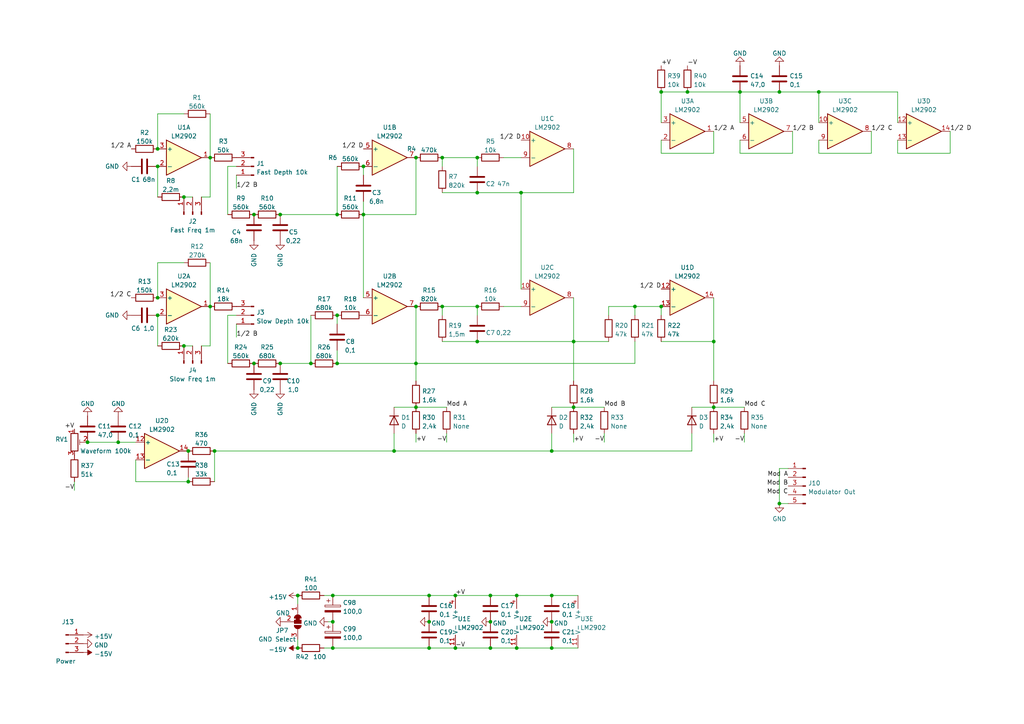
<source format=kicad_sch>
(kicad_sch (version 20211123) (generator eeschema)
  (paper "A4")
  (lib_symbols
    (symbol "Amplifier_Operational:LM2902" (pin_names (offset 0.127))
      (property "Reference" "U" (at 0 5.08 0))
      (property "Value" "LM2902" (at 0 -5.08 0))
      (symbol "LM2902_1_1"
        (polyline (pts (xy -5.08 5.08) (xy 5.08 0) (xy -5.08 -5.08) (xy -5.08 5.08)) (stroke (width 0.254)) (fill (type background)))
        (pin output line (at 7.62 0 180) (length 2.54) (name "~") (number "1"))
        (pin input line (at -7.62 -2.54 0) (length 2.54) (name "-") (number "2"))
        (pin input line (at -7.62 2.54 0) (length 2.54) (name "+") (number "3"))
      )
      (symbol "LM2902_2_1"
        (polyline (pts (xy -5.08 5.08) (xy 5.08 0) (xy -5.08 -5.08) (xy -5.08 5.08)) (stroke (width 0.254)) (fill (type background)))
        (pin input line (at -7.62 2.54 0) (length 2.54) (name "+") (number "5"))
        (pin input line (at -7.62 -2.54 0) (length 2.54) (name "-") (number "6"))
        (pin output line (at 7.62 0 180) (length 2.54) (name "~") (number "7"))
      )
      (symbol "LM2902_3_1"
        (polyline (pts (xy -5.08 5.08) (xy 5.08 0) (xy -5.08 -5.08) (xy -5.08 5.08)) (stroke (width 0.254)) (fill (type background)))
        (pin input line (at -7.62 2.54 0) (length 2.54) (name "+") (number "10"))
        (pin output line (at 7.62 0 180) (length 2.54) (name "~") (number "8"))
        (pin input line (at -7.62 -2.54 0) (length 2.54) (name "-") (number "9"))
      )
      (symbol "LM2902_4_1"
        (polyline (pts (xy -5.08 5.08) (xy 5.08 0) (xy -5.08 -5.08) (xy -5.08 5.08)) (stroke (width 0.254)) (fill (type background)))
        (pin input line (at -7.62 2.54 0) (length 2.54) (name "+") (number "12"))
        (pin input line (at -7.62 -2.54 0) (length 2.54) (name "-") (number "13"))
        (pin output line (at 7.62 0 180) (length 2.54) (name "~") (number "14"))
      )
      (symbol "LM2902_5_1"
        (pin power_in line (at -2.54 -7.62 90) (length 3.81) (name "V-") (number "11"))
        (pin power_in line (at -2.54 7.62 270) (length 3.81) (name "V+") (number "4"))
      )
    )
    (symbol "Connector:Conn_01x03_Male" (pin_names (offset 1.016) hide)
      (property "Reference" "J" (at 0 5.08 0))
      (property "Value" "Conn_01x03_Male" (at 0 -5.08 0))
      (symbol "Conn_01x03_Male_1_1"
        (polyline (pts (xy 1.27 -2.54) (xy 0.8636 -2.54)) (stroke (width 0.1524)))
        (polyline (pts (xy 1.27 0) (xy 0.8636 0)) (stroke (width 0.1524)))
        (polyline (pts (xy 1.27 2.54) (xy 0.8636 2.54)) (stroke (width 0.1524)))
        (rectangle (start 0.8636 -2.413) (end 0 -2.667) (stroke (width 0.1524)) (fill (type outline)))
        (rectangle (start 0.8636 0.127) (end 0 -0.127) (stroke (width 0.1524)) (fill (type outline)))
        (rectangle (start 0.8636 2.667) (end 0 2.413) (stroke (width 0.1524)) (fill (type outline)))
        (pin passive line (at 5.08 2.54 180) (length 3.81) (name "Pin_1") (number "1"))
        (pin passive line (at 5.08 0 180) (length 3.81) (name "Pin_2") (number "2"))
        (pin passive line (at 5.08 -2.54 180) (length 3.81) (name "Pin_3") (number "3"))
      )
    )
    (symbol "Connector:Conn_01x05_Male" (pin_names (offset 1.016) hide)
      (property "Reference" "J" (at 0 7.62 0))
      (property "Value" "Conn_01x05_Male" (at 0 -7.62 0))
      (symbol "Conn_01x05_Male_1_1"
        (polyline (pts (xy 1.27 -5.08) (xy 0.8636 -5.08)) (stroke (width 0.1524)))
        (polyline (pts (xy 1.27 -2.54) (xy 0.8636 -2.54)) (stroke (width 0.1524)))
        (polyline (pts (xy 1.27 0) (xy 0.8636 0)) (stroke (width 0.1524)))
        (polyline (pts (xy 1.27 2.54) (xy 0.8636 2.54)) (stroke (width 0.1524)))
        (polyline (pts (xy 1.27 5.08) (xy 0.8636 5.08)) (stroke (width 0.1524)))
        (rectangle (start 0.8636 -4.953) (end 0 -5.207) (stroke (width 0.1524)) (fill (type outline)))
        (rectangle (start 0.8636 -2.413) (end 0 -2.667) (stroke (width 0.1524)) (fill (type outline)))
        (rectangle (start 0.8636 0.127) (end 0 -0.127) (stroke (width 0.1524)) (fill (type outline)))
        (rectangle (start 0.8636 2.667) (end 0 2.413) (stroke (width 0.1524)) (fill (type outline)))
        (rectangle (start 0.8636 5.207) (end 0 4.953) (stroke (width 0.1524)) (fill (type outline)))
        (pin passive line (at 5.08 5.08 180) (length 3.81) (name "Pin_1") (number "1"))
        (pin passive line (at 5.08 2.54 180) (length 3.81) (name "Pin_2") (number "2"))
        (pin passive line (at 5.08 0 180) (length 3.81) (name "Pin_3") (number "3"))
        (pin passive line (at 5.08 -2.54 180) (length 3.81) (name "Pin_4") (number "4"))
        (pin passive line (at 5.08 -5.08 180) (length 3.81) (name "Pin_5") (number "5"))
      )
    )
    (symbol "Device:C" (pin_numbers hide) (pin_names (offset 0.254))
      (property "Reference" "C" (at 0.635 2.54 0))
      (property "Value" "C" (at 0.635 -2.54 0))
      (symbol "C_0_1"
        (polyline (pts (xy -2.032 -0.762) (xy 2.032 -0.762)) (stroke (width 0.508)))
        (polyline (pts (xy -2.032 0.762) (xy 2.032 0.762)) (stroke (width 0.508)))
      )
      (symbol "C_1_1"
        (pin passive line (at 0 3.81 270) (length 2.794) (name "~") (number "1"))
        (pin passive line (at 0 -3.81 90) (length 2.794) (name "~") (number "2"))
      )
    )
    (symbol "Device:C_Polarized" (pin_numbers hide) (pin_names (offset 0.254))
      (property "Reference" "C" (at 0.635 2.54 0))
      (property "Value" "C_Polarized" (at 0.635 -2.54 0))
      (symbol "C_Polarized_0_1"
        (rectangle (start -2.286 0.508) (end 2.286 1.016))
        (polyline (pts (xy -1.778 2.286) (xy -0.762 2.286)))
        (polyline (pts (xy -1.27 2.794) (xy -1.27 1.778)))
        (rectangle (start 2.286 -0.508) (end -2.286 -1.016) (fill (type outline)))
      )
      (symbol "C_Polarized_1_1"
        (pin passive line (at 0 3.81 270) (length 2.794) (name "~") (number "1"))
        (pin passive line (at 0 -3.81 90) (length 2.794) (name "~") (number "2"))
      )
    )
    (symbol "Device:D" (pin_numbers hide) (pin_names (offset 1.016) hide)
      (property "Reference" "D" (at 0 2.54 0))
      (property "Value" "D" (at 0 -2.54 0))
      (symbol "D_0_1"
        (polyline (pts (xy -1.27 1.27) (xy -1.27 -1.27)) (stroke (width 0.254)))
        (polyline (pts (xy 1.27 0) (xy -1.27 0)))
        (polyline (pts (xy 1.27 1.27) (xy 1.27 -1.27) (xy -1.27 0) (xy 1.27 1.27)) (stroke (width 0.254)))
      )
      (symbol "D_1_1"
        (pin passive line (at -3.81 0 0) (length 2.54) (name "K") (number "1"))
        (pin passive line (at 3.81 0 180) (length 2.54) (name "A") (number "2"))
      )
    )
    (symbol "Device:R" (pin_numbers hide) (pin_names (offset 0))
      (property "Reference" "R" (at 2.032 0 90))
      (property "Value" "R" (at 0 0 90))
      (symbol "R_0_1"
        (rectangle (start -1.016 -2.54) (end 1.016 2.54) (stroke (width 0.254)))
      )
      (symbol "R_1_1"
        (pin passive line (at 0 3.81 270) (length 1.27) (name "~") (number "1"))
        (pin passive line (at 0 -3.81 90) (length 1.27) (name "~") (number "2"))
      )
    )
    (symbol "Device:R_Potentiometer_Trim" (pin_names (offset 1.016) hide)
      (property "Reference" "RV" (at -4.445 0 90))
      (property "Value" "R_Potentiometer_Trim" (at -2.54 0 90))
      (symbol "R_Potentiometer_Trim_0_1"
        (polyline (pts (xy 1.524 0.762) (xy 1.524 -0.762)))
        (polyline (pts (xy 2.54 0) (xy 1.524 0)))
        (rectangle (start 1.016 2.54) (end -1.016 -2.54) (stroke (width 0.254)))
      )
      (symbol "R_Potentiometer_Trim_1_1"
        (pin passive line (at 0 3.81 270) (length 1.27) (name "1") (number "1"))
        (pin passive line (at 3.81 0 180) (length 1.27) (name "2") (number "2"))
        (pin passive line (at 0 -3.81 90) (length 1.27) (name "3") (number "3"))
      )
    )
    (symbol "Jumper:SolderJumper_3_Bridged12" (pin_names (offset 0) hide)
      (property "Reference" "JP" (at -2.54 -2.54 0))
      (property "Value" "SolderJumper_3_Bridged12" (at 0 2.794 0))
      (symbol "SolderJumper_3_Bridged12_0_1"
        (rectangle (start -1.016 0.508) (end -0.508 -0.508) (fill (type outline)))
        (arc (start -1.016 1.016) (mid -2.032 0) (end -1.016 -1.016))
        (arc (start -1.016 1.016) (mid -2.032 0) (end -1.016 -1.016) (fill (type outline)))
        (rectangle (start -0.508 1.016) (end 0.508 -1.016) (fill (type outline)))
        (polyline (pts (xy -2.54 0) (xy -2.032 0)))
        (polyline (pts (xy -1.016 1.016) (xy -1.016 -1.016)))
        (polyline (pts (xy 0 -1.27) (xy 0 -1.016)))
        (polyline (pts (xy 1.016 1.016) (xy 1.016 -1.016)))
        (polyline (pts (xy 2.54 0) (xy 2.032 0)))
        (arc (start 1.016 -1.016) (mid 2.032 0) (end 1.016 1.016))
        (arc (start 1.016 -1.016) (mid 2.032 0) (end 1.016 1.016) (fill (type outline)))
      )
      (symbol "SolderJumper_3_Bridged12_1_1"
        (pin passive line (at -5.08 0 0) (length 2.54) (name "A") (number "1"))
        (pin passive line (at 0 -3.81 90) (length 2.54) (name "C") (number "2"))
        (pin passive line (at 5.08 0 180) (length 2.54) (name "B") (number "3"))
      )
    )
    (symbol "power:+15V" (power) (pin_names (offset 0))
      (property "Value" "+15V" (at 0 3.556 0))
      (symbol "+15V_0_1"
        (polyline (pts (xy -0.762 1.27) (xy 0 2.54)))
        (polyline (pts (xy 0 0) (xy 0 2.54)))
        (polyline (pts (xy 0 2.54) (xy 0.762 1.27)))
      )
      (symbol "+15V_1_1"
        (pin power_in line (at 0 0 90) (length 0) hide (name "+15V") (number "1"))
      )
    )
    (symbol "power:-15V" (power) (pin_names (offset 0))
      (property "Value" "-15V" (at 0 3.81 0))
      (symbol "-15V_0_0"
        (pin power_in line (at 0 0 90) (length 0) hide (name "-15V") (number "1"))
      )
      (symbol "-15V_0_1"
        (polyline (pts (xy 0 0) (xy 0 1.27) (xy 0.762 1.27) (xy 0 2.54) (xy -0.762 1.27) (xy 0 1.27)) (fill (type outline)))
      )
    )
    (symbol "power:GND" (power) (pin_names (offset 0))
      (property "Value" "GND" (at 0 -3.81 0))
      (symbol "GND_0_1"
        (polyline (pts (xy 0 0) (xy 0 -1.27) (xy 1.27 -1.27) (xy 0 -2.54) (xy -1.27 -1.27) (xy 0 -1.27)))
      )
      (symbol "GND_1_1"
        (pin power_in line (at 0 0 270) (length 0) hide (name "GND") (number "1"))
      )
    )
  )
  (junction (at 45.72 43.18))
  (junction (at 132.08 172.72))
  (junction (at 138.43 88.9))
  (junction (at 120.65 45.72))
  (junction (at 96.52 187.96))
  (junction (at 60.96 88.9))
  (junction (at 207.01 118.11))
  (junction (at 184.15 88.9))
  (junction (at 128.27 45.72))
  (junction (at 132.08 187.96))
  (junction (at 114.3 130.81))
  (junction (at 73.66 105.41))
  (junction (at 81.28 62.23))
  (junction (at 81.28 105.41))
  (junction (at 124.46 187.96))
  (junction (at 105.41 62.23))
  (junction (at 60.96 45.72))
  (junction (at 142.24 172.72))
  (junction (at 142.24 187.96))
  (junction (at 226.06 146.05))
  (junction (at 97.79 105.41))
  (junction (at 191.77 88.9))
  (junction (at 166.37 118.11))
  (junction (at 90.17 105.41))
  (junction (at 214.63 26.67))
  (junction (at 120.65 118.11))
  (junction (at 120.65 105.41))
  (junction (at 149.86 187.96))
  (junction (at 160.02 187.96))
  (junction (at 199.39 26.67))
  (junction (at 124.46 172.72))
  (junction (at 53.34 100.33))
  (junction (at 62.23 130.81))
  (junction (at 149.86 172.72))
  (junction (at 54.61 139.7))
  (junction (at 124.46 180.34))
  (junction (at 86.36 187.96))
  (junction (at 226.06 26.67))
  (junction (at 45.72 91.44))
  (junction (at 237.49 26.67))
  (junction (at 128.27 88.9))
  (junction (at 73.66 62.23))
  (junction (at 96.52 180.34))
  (junction (at 138.43 45.72))
  (junction (at 160.02 172.72))
  (junction (at 151.13 55.88))
  (junction (at 142.24 180.34))
  (junction (at 138.43 99.06))
  (junction (at 34.29 128.27))
  (junction (at 97.79 91.44))
  (junction (at 54.61 130.81))
  (junction (at 45.72 86.36))
  (junction (at 160.02 180.34))
  (junction (at 53.34 57.15))
  (junction (at 45.72 48.26))
  (junction (at 25.4 128.27))
  (junction (at 191.77 26.67))
  (junction (at 97.79 62.23))
  (junction (at 96.52 172.72))
  (junction (at 166.37 99.06))
  (junction (at 138.43 55.88))
  (junction (at 120.65 88.9))
  (junction (at 105.41 48.26))
  (junction (at 160.02 130.81))
  (junction (at 86.36 172.72))
  (junction (at 207.01 99.06))
  (wire (pts (xy 39.37 133.35) (xy 39.37 139.7)))
  (wire (pts (xy 226.06 146.05) (xy 228.6 146.05)))
  (wire (pts (xy 90.17 91.44) (xy 90.17 105.41)))
  (wire (pts (xy 146.05 88.9) (xy 151.13 88.9)))
  (wire (pts (xy 229.87 44.45) (xy 229.87 38.1)))
  (wire (pts (xy 149.86 187.96) (xy 160.02 187.96)))
  (wire (pts (xy 128.27 55.88) (xy 138.43 55.88)))
  (wire (pts (xy 184.15 91.44) (xy 184.15 88.9)))
  (wire (pts (xy 160.02 118.11) (xy 166.37 118.11)))
  (wire (pts (xy 120.65 125.73) (xy 120.65 128.27)))
  (wire (pts (xy 132.08 172.72) (xy 142.24 172.72)))
  (wire (pts (xy 120.65 105.41) (xy 97.79 105.41)))
  (wire (pts (xy 142.24 187.96) (xy 149.86 187.96)))
  (wire (pts (xy 207.01 99.06) (xy 191.77 99.06)))
  (wire (pts (xy 260.35 35.56) (xy 260.35 26.67)))
  (wire (pts (xy 60.96 57.15) (xy 60.96 45.72)))
  (wire (pts (xy 105.41 62.23) (xy 120.65 62.23)))
  (wire (pts (xy 146.05 45.72) (xy 151.13 45.72)))
  (wire (pts (xy 166.37 125.73) (xy 166.37 128.27)))
  (wire (pts (xy 120.65 118.11) (xy 129.54 118.11)))
  (wire (pts (xy 207.01 44.45) (xy 207.01 38.1)))
  (wire (pts (xy 34.29 128.27) (xy 39.37 128.27)))
  (wire (pts (xy 53.34 76.2) (xy 45.72 76.2)))
  (wire (pts (xy 151.13 55.88) (xy 138.43 55.88)))
  (wire (pts (xy 191.77 35.56) (xy 191.77 26.67)))
  (wire (pts (xy 58.42 57.15) (xy 60.96 57.15)))
  (wire (pts (xy 160.02 172.72) (xy 167.64 172.72)))
  (wire (pts (xy 93.98 187.96) (xy 96.52 187.96)))
  (wire (pts (xy 228.6 135.89) (xy 226.06 135.89)))
  (wire (pts (xy 97.79 48.26) (xy 97.79 62.23)))
  (wire (pts (xy 214.63 44.45) (xy 229.87 44.45)))
  (wire (pts (xy 60.96 33.02) (xy 60.96 45.72)))
  (wire (pts (xy 200.66 130.81) (xy 160.02 130.81)))
  (wire (pts (xy 160.02 125.73) (xy 160.02 130.81)))
  (wire (pts (xy 166.37 99.06) (xy 166.37 110.49)))
  (wire (pts (xy 166.37 43.18) (xy 166.37 55.88)))
  (wire (pts (xy 138.43 91.44) (xy 138.43 88.9)))
  (wire (pts (xy 207.01 125.73) (xy 207.01 128.27)))
  (wire (pts (xy 129.54 125.73) (xy 129.54 128.27)))
  (wire (pts (xy 66.04 62.23) (xy 66.04 48.26)))
  (wire (pts (xy 237.49 40.64) (xy 237.49 44.45)))
  (wire (pts (xy 176.53 91.44) (xy 176.53 88.9)))
  (wire (pts (xy 166.37 55.88) (xy 151.13 55.88)))
  (wire (pts (xy 226.06 135.89) (xy 226.06 146.05)))
  (wire (pts (xy 200.66 118.11) (xy 207.01 118.11)))
  (wire (pts (xy 124.46 187.96) (xy 132.08 187.96)))
  (wire (pts (xy 114.3 130.81) (xy 62.23 130.81)))
  (wire (pts (xy 176.53 88.9) (xy 184.15 88.9)))
  (wire (pts (xy 214.63 35.56) (xy 214.63 26.67)))
  (wire (pts (xy 53.34 100.33) (xy 55.88 100.33)))
  (wire (pts (xy 45.72 91.44) (xy 45.72 100.33)))
  (wire (pts (xy 207.01 86.36) (xy 207.01 99.06)))
  (wire (pts (xy 97.79 91.44) (xy 97.79 93.98)))
  (wire (pts (xy 45.72 33.02) (xy 45.72 43.18)))
  (wire (pts (xy 114.3 125.73) (xy 114.3 130.81)))
  (wire (pts (xy 81.28 105.41) (xy 90.17 105.41)))
  (wire (pts (xy 114.3 118.11) (xy 120.65 118.11)))
  (wire (pts (xy 66.04 105.41) (xy 66.04 91.44)))
  (wire (pts (xy 86.36 172.72) (xy 86.36 175.26)))
  (wire (pts (xy 128.27 88.9) (xy 128.27 91.44)))
  (wire (pts (xy 68.58 50.8) (xy 68.58 54.61)))
  (wire (pts (xy 191.77 44.45) (xy 207.01 44.45)))
  (wire (pts (xy 260.35 44.45) (xy 275.59 44.45)))
  (wire (pts (xy 25.4 128.27) (xy 34.29 128.27)))
  (wire (pts (xy 128.27 45.72) (xy 128.27 48.26)))
  (wire (pts (xy 175.26 125.73) (xy 175.26 128.27)))
  (wire (pts (xy 138.43 48.26) (xy 138.43 45.72)))
  (wire (pts (xy 237.49 44.45) (xy 252.73 44.45)))
  (wire (pts (xy 53.34 57.15) (xy 55.88 57.15)))
  (wire (pts (xy 138.43 45.72) (xy 128.27 45.72)))
  (wire (pts (xy 105.41 86.36) (xy 105.41 62.23)))
  (wire (pts (xy 105.41 48.26) (xy 105.41 50.8)))
  (wire (pts (xy 237.49 26.67) (xy 237.49 35.56)))
  (wire (pts (xy 66.04 48.26) (xy 68.58 48.26)))
  (wire (pts (xy 166.37 99.06) (xy 176.53 99.06)))
  (wire (pts (xy 96.52 187.96) (xy 124.46 187.96)))
  (wire (pts (xy 60.96 100.33) (xy 60.96 88.9)))
  (wire (pts (xy 207.01 118.11) (xy 215.9 118.11)))
  (wire (pts (xy 97.79 101.6) (xy 97.79 105.41)))
  (wire (pts (xy 184.15 88.9) (xy 191.77 88.9)))
  (wire (pts (xy 166.37 86.36) (xy 166.37 99.06)))
  (wire (pts (xy 214.63 40.64) (xy 214.63 44.45)))
  (wire (pts (xy 142.24 172.72) (xy 149.86 172.72)))
  (wire (pts (xy 81.28 62.23) (xy 97.79 62.23)))
  (wire (pts (xy 132.08 187.96) (xy 142.24 187.96)))
  (wire (pts (xy 160.02 187.96) (xy 167.64 187.96)))
  (wire (pts (xy 275.59 44.45) (xy 275.59 38.1)))
  (wire (pts (xy 184.15 99.06) (xy 184.15 105.41)))
  (wire (pts (xy 105.41 58.42) (xy 105.41 62.23)))
  (wire (pts (xy 120.65 105.41) (xy 120.65 110.49)))
  (wire (pts (xy 214.63 26.67) (xy 226.06 26.67)))
  (wire (pts (xy 191.77 88.9) (xy 191.77 91.44)))
  (wire (pts (xy 149.86 172.72) (xy 160.02 172.72)))
  (wire (pts (xy 54.61 138.43) (xy 54.61 139.7)))
  (wire (pts (xy 96.52 172.72) (xy 124.46 172.72)))
  (wire (pts (xy 58.42 100.33) (xy 60.96 100.33)))
  (wire (pts (xy 215.9 125.73) (xy 215.9 128.27)))
  (wire (pts (xy 200.66 125.73) (xy 200.66 130.81)))
  (wire (pts (xy 128.27 99.06) (xy 138.43 99.06)))
  (wire (pts (xy 184.15 105.41) (xy 120.65 105.41)))
  (wire (pts (xy 60.96 76.2) (xy 60.96 88.9)))
  (wire (pts (xy 252.73 44.45) (xy 252.73 38.1)))
  (wire (pts (xy 151.13 55.88) (xy 151.13 83.82)))
  (wire (pts (xy 62.23 130.81) (xy 62.23 139.7)))
  (wire (pts (xy 21.59 139.7) (xy 21.59 142.24)))
  (wire (pts (xy 45.72 76.2) (xy 45.72 86.36)))
  (wire (pts (xy 191.77 26.67) (xy 199.39 26.67)))
  (wire (pts (xy 86.36 185.42) (xy 86.36 187.96)))
  (wire (pts (xy 191.77 40.64) (xy 191.77 44.45)))
  (wire (pts (xy 120.65 45.72) (xy 120.65 62.23)))
  (wire (pts (xy 68.58 93.98) (xy 68.58 97.79)))
  (wire (pts (xy 199.39 26.67) (xy 214.63 26.67)))
  (wire (pts (xy 166.37 99.06) (xy 138.43 99.06)))
  (wire (pts (xy 260.35 40.64) (xy 260.35 44.45)))
  (wire (pts (xy 160.02 130.81) (xy 114.3 130.81)))
  (wire (pts (xy 260.35 26.67) (xy 237.49 26.67)))
  (wire (pts (xy 45.72 48.26) (xy 45.72 57.15)))
  (wire (pts (xy 226.06 26.67) (xy 237.49 26.67)))
  (wire (pts (xy 207.01 99.06) (xy 207.01 110.49)))
  (wire (pts (xy 124.46 172.72) (xy 132.08 172.72)))
  (wire (pts (xy 39.37 139.7) (xy 54.61 139.7)))
  (wire (pts (xy 53.34 33.02) (xy 45.72 33.02)))
  (wire (pts (xy 138.43 88.9) (xy 128.27 88.9)))
  (wire (pts (xy 166.37 118.11) (xy 175.26 118.11)))
  (wire (pts (xy 120.65 88.9) (xy 120.65 105.41)))
  (wire (pts (xy 93.98 172.72) (xy 96.52 172.72)))
  (wire (pts (xy 95.25 180.34) (xy 96.52 180.34)))
  (wire (pts (xy 66.04 91.44) (xy 68.58 91.44)))
  (label "1{slash}2 D" (at 151.13 40.64 180))
  (label "Mod C" (at 228.6 143.51 180))
  (label "-V" (at 175.26 128.27 180))
  (label "1{slash}2 C" (at 252.73 38.1 0))
  (label "+V" (at 132.08 172.72 0))
  (label "+V" (at 21.59 124.46 180))
  (label "1{slash}2 A" (at 38.1 43.18 180))
  (label "1{slash}2 B" (at 68.58 97.79 0))
  (label "+V" (at 191.77 19.05 0))
  (label "Mod B" (at 228.6 140.97 180))
  (label "Mod A" (at 129.54 118.11 0))
  (label "-V" (at 215.9 128.27 180))
  (label "+V" (at 166.37 128.27 0))
  (label "1{slash}2 C" (at 38.1 86.36 180))
  (label "1{slash}2 D" (at 105.41 43.18 180))
  (label "1{slash}2 B" (at 229.87 38.1 0))
  (label "-V" (at 199.39 19.05 0))
  (label "+V" (at 207.01 128.27 0))
  (label "-V" (at 129.54 128.27 180))
  (label "-V" (at 21.59 142.24 180))
  (label "+V" (at 120.65 128.27 0))
  (label "-V" (at 132.08 187.96 0))
  (label "1{slash}2 D" (at 275.59 38.1 0))
  (label "1{slash}2 A" (at 207.01 38.1 0))
  (label "Mod C" (at 215.9 118.11 0))
  (label "1{slash}2 B" (at 68.58 54.61 0))
  (label "Mod B" (at 175.26 118.11 0))
  (label "1{slash}2 D" (at 191.77 83.82 180))
  (label "Mod A" (at 228.6 138.43 180))
  (symbol (lib_id "Device:R") (at 124.46 88.9 270) (unit 1)
    (property "Reference" "R15" (at 124.46 84.1842 90))
    (property "Value" "820k" (at 124.46 86.7211 90))
  )
  (symbol (lib_id "Amplifier_Operational:LM2902") (at 152.4 180.34 0) (unit 5)
    (property "Reference" "U2" (at 150.495 179.5053 0) (effects (justify left)))
    (property "Value" "LM2902" (at 150.495 182.0422 0) (effects (justify left)))
    (property "Datasheet" "http://www.ti.com/lit/ds/symlink/lm2902-n.pdf" (effects hide))
  )
  (symbol (lib_id "Device:C") (at 73.66 109.22 180) (unit 1)
    (property "Reference" "C9" (at 77.47 110.49 0))
    (property "Value" "0,22" (at 77.47 113.03 0))
  )
  (symbol (lib_id "power:GND") (at 226.06 19.05 180) (unit 1)
    (property "Reference" "#PWR013" (effects hide))
    (property "Value" "GND" (at 226.06 15.4742 0))
  )
  (symbol (lib_id "power:GND") (at 81.28 113.03 0) (unit 1)
    (property "Reference" "#PWR09" (effects hide))
    (property "Value" "GND" (at 81.28 120.65 90) (effects (justify left)))
  )
  (symbol (lib_id "Device:C") (at 124.46 176.53 0) (unit 1)
    (property "Reference" "C16" (at 127.381 175.6953 0) (effects (justify left)))
    (property "Value" "0,1" (at 127.381 178.2322 0) (effects (justify left)))
  )
  (symbol (lib_id "power:-15V") (at 86.36 187.96 90) (unit 1)
    (property "Reference" "#PWR078" (effects hide))
    (property "Value" "-15V" (at 83.185 188.3938 90) (effects (justify left)))
  )
  (symbol (lib_id "Amplifier_Operational:LM2902") (at 134.62 180.34 0) (unit 5)
    (property "Reference" "U1" (at 132.715 179.5053 0) (effects (justify left)))
    (property "Value" "LM2902" (at 132.715 182.0422 0) (effects (justify left)))
    (property "Datasheet" "http://www.ti.com/lit/ds/symlink/lm2902-n.pdf" (effects hide))
  )
  (symbol (lib_id "power:GND") (at 214.63 19.05 180) (unit 1)
    (property "Reference" "#PWR012" (effects hide))
    (property "Value" "GND" (at 214.63 15.4742 0))
  )
  (symbol (lib_id "Device:R") (at 93.98 91.44 90) (unit 1)
    (property "Reference" "R17" (at 93.98 86.7242 90))
    (property "Value" "680k" (at 93.98 89.2611 90))
  )
  (symbol (lib_id "power:GND") (at 160.02 180.34 270) (unit 1)
    (property "Reference" "#PWR017" (effects hide))
    (property "Value" "GND" (at 160.655 180.7738 90) (effects (justify left)))
  )
  (symbol (lib_id "Device:R") (at 128.27 95.25 180) (unit 1)
    (property "Reference" "R19" (at 130.048 94.4153 0) (effects (justify right)))
    (property "Value" "1,5m" (at 130.048 96.9522 0) (effects (justify right)))
  )
  (symbol (lib_id "Device:C") (at 124.46 184.15 0) (unit 1)
    (property "Reference" "C19" (at 127.381 183.3153 0) (effects (justify left)))
    (property "Value" "0,1" (at 127.381 185.8522 0) (effects (justify left)))
  )
  (symbol (lib_id "Device:R_Potentiometer_Trim") (at 21.59 128.27 0) (unit 1)
    (property "Reference" "RV1" (at 19.812 127.4353 0) (effects (justify right)))
    (property "Value" "Waveform 100k" (at 38.1 130.81 0) (effects (justify right)))
  )
  (symbol (lib_id "Device:R") (at 142.24 45.72 90) (unit 1)
    (property "Reference" "R5" (at 142.24 41.0042 90))
    (property "Value" "10k" (at 142.24 43.5411 90))
  )
  (symbol (lib_id "power:GND") (at 38.1 91.44 270) (unit 1)
    (property "Reference" "#PWR07" (effects hide))
    (property "Value" "GND" (at 30.48 91.44 90) (effects (justify left)))
  )
  (symbol (lib_id "Device:R") (at 120.65 121.92 180) (unit 1)
    (property "Reference" "R30" (at 122.428 121.0853 0) (effects (justify right)))
    (property "Value" "2,4k" (at 122.428 123.6222 0) (effects (justify right)))
  )
  (symbol (lib_id "Device:R") (at 49.53 57.15 90) (unit 1)
    (property "Reference" "R8" (at 49.53 52.4342 90))
    (property "Value" "2,2m" (at 49.53 54.9711 90))
  )
  (symbol (lib_id "Device:R") (at 41.91 43.18 90) (unit 1)
    (property "Reference" "R2" (at 41.91 38.4642 90))
    (property "Value" "150k" (at 41.91 41.0011 90))
  )
  (symbol (lib_id "power:GND") (at 82.55 180.34 270) (unit 1)
    (property "Reference" "#PWR047" (effects hide))
    (property "Value" "GND" (at 80.01 177.8 90) (effects (justify left)))
  )
  (symbol (lib_id "power:GND") (at 124.46 180.34 270) (unit 1)
    (property "Reference" "#PWR015" (effects hide))
    (property "Value" "GND" (at 125.095 180.7738 90) (effects (justify left)))
  )
  (symbol (lib_id "Amplifier_Operational:LM2902") (at 267.97 38.1 0) (unit 4)
    (property "Reference" "U3" (at 267.97 29.3202 0))
    (property "Value" "LM2902" (at 267.97 31.8571 0))
    (property "Datasheet" "http://www.ti.com/lit/ds/symlink/lm2902-n.pdf" (effects hide))
  )
  (symbol (lib_id "Device:R") (at 101.6 62.23 90) (unit 1)
    (property "Reference" "R11" (at 101.6 57.5142 90))
    (property "Value" "560k" (at 101.6 60.0511 90))
  )
  (symbol (lib_id "Device:D") (at 114.3 121.92 270) (unit 1)
    (property "Reference" "D1" (at 116.332 121.0853 90) (effects (justify left)))
    (property "Value" "D" (at 116.332 123.6222 90) (effects (justify left)))
  )
  (symbol (lib_id "power:+15V") (at 24.13 184.15 270) (unit 1)
    (property "Reference" "#PWR049" (effects hide))
    (property "Value" "+15V" (at 27.305 184.5838 90) (effects (justify left)))
  )
  (symbol (lib_id "Device:R") (at 184.15 95.25 180) (unit 1)
    (property "Reference" "R21" (at 185.928 94.4153 0) (effects (justify right)))
    (property "Value" "47k" (at 185.928 96.9522 0) (effects (justify right)))
  )
  (symbol (lib_id "Amplifier_Operational:LM2902") (at 46.99 130.81 0) (unit 4)
    (property "Reference" "U2" (at 46.99 122.0302 0))
    (property "Value" "LM2902" (at 46.99 124.5671 0))
    (property "Datasheet" "http://www.ti.com/lit/ds/symlink/lm2902-n.pdf" (effects hide))
  )
  (symbol (lib_id "Connector:Conn_01x03_Male") (at 73.66 91.44 180) (unit 1)
    (property "Reference" "J3" (at 74.3712 90.6053 0) (effects (justify right)))
    (property "Value" "Slow Depth 10k" (at 74.3712 93.1422 0) (effects (justify right)))
  )
  (symbol (lib_id "Device:C") (at 41.91 48.26 90) (unit 1)
    (property "Reference" "C1" (at 39.37 52.07 90))
    (property "Value" "68n" (at 43.18 52.07 90))
  )
  (symbol (lib_id "power:GND") (at 226.06 146.05 0) (unit 1)
    (property "Reference" "#PWR014" (effects hide))
    (property "Value" "GND" (at 226.06 150.4934 0))
  )
  (symbol (lib_id "Jumper:SolderJumper_3_Bridged12") (at 86.36 180.34 270) (unit 1)
    (property "Reference" "JP7" (at 80.01 182.88 90) (effects (justify left)))
    (property "Value" "GND Select" (at 74.93 185.42 90) (effects (justify left)))
  )
  (symbol (lib_id "Device:R") (at 41.91 86.36 90) (unit 1)
    (property "Reference" "R13" (at 41.91 81.6442 90))
    (property "Value" "150k" (at 41.91 84.1811 90))
  )
  (symbol (lib_id "Device:C") (at 41.91 91.44 90) (unit 1)
    (property "Reference" "C6" (at 39.37 95.25 90))
    (property "Value" "1,0" (at 43.18 95.25 90))
  )
  (symbol (lib_id "Device:C") (at 138.43 95.25 180) (unit 1)
    (property "Reference" "C7" (at 142.24 96.52 0))
    (property "Value" "0,22" (at 146.05 96.52 0))
  )
  (symbol (lib_id "Device:R") (at 207.01 121.92 180) (unit 1)
    (property "Reference" "R34" (at 208.788 121.0853 0) (effects (justify right)))
    (property "Value" "2,4k" (at 208.788 123.6222 0) (effects (justify right)))
  )
  (symbol (lib_id "Device:C") (at 81.28 66.04 180) (unit 1)
    (property "Reference" "C5" (at 85.09 67.31 0))
    (property "Value" "0,22" (at 85.09 69.85 0))
  )
  (symbol (lib_id "Device:R") (at 57.15 33.02 90) (unit 1)
    (property "Reference" "R1" (at 57.15 28.3042 90))
    (property "Value" "560k" (at 57.15 30.8411 90))
  )
  (symbol (lib_id "power:GND") (at 25.4 120.65 180) (unit 1)
    (property "Reference" "#PWR010" (effects hide))
    (property "Value" "GND" (at 25.4 117.0742 0))
  )
  (symbol (lib_id "power:GND") (at 73.66 113.03 0) (unit 1)
    (property "Reference" "#PWR08" (effects hide))
    (property "Value" "GND" (at 73.66 120.65 90) (effects (justify left)))
  )
  (symbol (lib_id "Device:C") (at 54.61 134.62 0) (unit 1)
    (property "Reference" "C13" (at 48.26 134.62 0) (effects (justify left)))
    (property "Value" "0,1" (at 48.26 137.16 0) (effects (justify left)))
  )
  (symbol (lib_id "Amplifier_Operational:LM2902") (at 113.03 88.9 0) (unit 2)
    (property "Reference" "U2" (at 113.03 80.1202 0))
    (property "Value" "LM2902" (at 113.03 82.6571 0))
    (property "Datasheet" "http://www.ti.com/lit/ds/symlink/lm2902-n.pdf" (effects hide))
  )
  (symbol (lib_id "Device:R") (at 166.37 114.3 180) (unit 1)
    (property "Reference" "R28" (at 168.148 113.4653 0) (effects (justify right)))
    (property "Value" "1,6k" (at 168.148 116.0022 0) (effects (justify right)))
  )
  (symbol (lib_id "Connector:Conn_01x03_Male") (at 19.05 186.69 0) (unit 1)
    (property "Reference" "J13" (at 19.685 180.374 0))
    (property "Value" "Power" (at 19.05 191.77 0))
  )
  (symbol (lib_id "Device:C") (at 34.29 124.46 0) (unit 1)
    (property "Reference" "C12" (at 37.211 123.6253 0) (effects (justify left)))
    (property "Value" "0,1" (at 37.211 126.1622 0) (effects (justify left)))
  )
  (symbol (lib_id "Connector:Conn_01x05_Male") (at 233.68 140.97 0) (mirror y) (unit 1)
    (property "Reference" "J10" (at 234.3912 140.1353 0) (effects (justify right)))
    (property "Value" "Modulator Out" (at 234.3912 142.6722 0) (effects (justify right)))
  )
  (symbol (lib_id "Device:C") (at 142.24 176.53 0) (unit 1)
    (property "Reference" "C17" (at 145.161 175.6953 0) (effects (justify left)))
    (property "Value" "0,1" (at 145.161 178.2322 0) (effects (justify left)))
  )
  (symbol (lib_id "Device:R") (at 21.59 135.89 0) (unit 1)
    (property "Reference" "R37" (at 23.368 135.0553 0) (effects (justify left)))
    (property "Value" "51k" (at 23.368 137.5922 0) (effects (justify left)))
  )
  (symbol (lib_id "Device:R") (at 124.46 45.72 90) (unit 1)
    (property "Reference" "R4" (at 119.38 43.18 90))
    (property "Value" "470k" (at 124.46 43.5411 90))
  )
  (symbol (lib_id "Device:C") (at 97.79 97.79 180) (unit 1)
    (property "Reference" "C8" (at 101.6 99.06 0))
    (property "Value" "0,1" (at 101.6 101.6 0))
  )
  (symbol (lib_id "Amplifier_Operational:LM2902") (at 158.75 43.18 0) (unit 3)
    (property "Reference" "U1" (at 158.75 34.4002 0))
    (property "Value" "LM2902" (at 158.75 36.9371 0))
    (property "Datasheet" "http://www.ti.com/lit/ds/symlink/lm2902-n.pdf" (effects hide))
  )
  (symbol (lib_id "Device:C") (at 81.28 109.22 180) (unit 1)
    (property "Reference" "C10" (at 85.09 110.49 0))
    (property "Value" "1,0" (at 85.09 113.03 0))
  )
  (symbol (lib_id "Device:R") (at 199.39 22.86 0) (unit 1)
    (property "Reference" "R40" (at 201.168 22.0253 0) (effects (justify left)))
    (property "Value" "10k" (at 201.168 24.5622 0) (effects (justify left)))
  )
  (symbol (lib_id "power:GND") (at 34.29 120.65 180) (unit 1)
    (property "Reference" "#PWR011" (effects hide))
    (property "Value" "GND" (at 34.29 117.0742 0))
  )
  (symbol (lib_id "Device:R") (at 142.24 88.9 90) (unit 1)
    (property "Reference" "R16" (at 142.24 84.1842 90))
    (property "Value" "10k" (at 142.24 86.7211 90))
  )
  (symbol (lib_id "Device:R") (at 77.47 105.41 90) (unit 1)
    (property "Reference" "R25" (at 77.47 100.6942 90))
    (property "Value" "680k" (at 77.47 103.2311 90))
  )
  (symbol (lib_id "Amplifier_Operational:LM2902") (at 222.25 38.1 0) (unit 2)
    (property "Reference" "U3" (at 222.25 29.3202 0))
    (property "Value" "LM2902" (at 222.25 31.8571 0))
    (property "Datasheet" "http://www.ti.com/lit/ds/symlink/lm2902-n.pdf" (effects hide))
  )
  (symbol (lib_id "Amplifier_Operational:LM2902") (at 113.03 45.72 0) (unit 2)
    (property "Reference" "U1" (at 113.03 36.9402 0))
    (property "Value" "LM2902" (at 113.03 39.4771 0))
    (property "Datasheet" "http://www.ti.com/lit/ds/symlink/lm2902-n.pdf" (effects hide))
  )
  (symbol (lib_id "Device:C") (at 142.24 184.15 0) (unit 1)
    (property "Reference" "C20" (at 145.161 183.3153 0) (effects (justify left)))
    (property "Value" "0,1" (at 145.161 185.8522 0) (effects (justify left)))
  )
  (symbol (lib_id "Device:D") (at 160.02 121.92 270) (unit 1)
    (property "Reference" "D2" (at 162.052 121.0853 90) (effects (justify left)))
    (property "Value" "D" (at 162.052 123.6222 90) (effects (justify left)))
  )
  (symbol (lib_id "Amplifier_Operational:LM2902") (at 170.18 180.34 0) (unit 5)
    (property "Reference" "U3" (at 168.275 179.5053 0) (effects (justify left)))
    (property "Value" "LM2902" (at 168.275 182.0422 0) (effects (justify left)))
    (property "Datasheet" "http://www.ti.com/lit/ds/symlink/lm2902-n.pdf" (effects hide))
  )
  (symbol (lib_id "Connector:Conn_01x03_Male") (at 55.88 105.41 90) (unit 1)
    (property "Reference" "J4" (at 55.88 107.3896 90))
    (property "Value" "Slow Freq 1m" (at 55.88 109.9265 90))
  )
  (symbol (lib_id "power:+15V") (at 86.36 172.72 90) (unit 1)
    (property "Reference" "#PWR018" (effects hide))
    (property "Value" "+15V" (at 83.185 173.1538 90) (effects (justify left)))
  )
  (symbol (lib_id "Device:C") (at 160.02 184.15 0) (unit 1)
    (property "Reference" "C21" (at 162.941 183.3153 0) (effects (justify left)))
    (property "Value" "0,1" (at 162.941 185.8522 0) (effects (justify left)))
  )
  (symbol (lib_id "power:GND") (at 81.28 69.85 0) (unit 1)
    (property "Reference" "#PWR06" (effects hide))
    (property "Value" "GND" (at 81.28 77.47 90) (effects (justify left)))
  )
  (symbol (lib_id "power:-15V") (at 24.13 189.23 270) (unit 1)
    (property "Reference" "#PWR079" (effects hide))
    (property "Value" "-15V" (at 27.305 189.6638 90) (effects (justify left)))
  )
  (symbol (lib_id "Amplifier_Operational:LM2902") (at 245.11 38.1 0) (unit 3)
    (property "Reference" "U3" (at 245.11 29.3202 0))
    (property "Value" "LM2902" (at 245.11 31.8571 0))
    (property "Datasheet" "http://www.ti.com/lit/ds/symlink/lm2902-n.pdf" (effects hide))
  )
  (symbol (lib_id "Amplifier_Operational:LM2902") (at 199.39 86.36 0) (unit 4)
    (property "Reference" "U1" (at 199.39 77.5802 0))
    (property "Value" "LM2902" (at 199.39 80.1171 0))
    (property "Datasheet" "http://www.ti.com/lit/ds/symlink/lm2902-n.pdf" (effects hide))
  )
  (symbol (lib_id "power:GND") (at 142.24 180.34 270) (unit 1)
    (property "Reference" "#PWR016" (effects hide))
    (property "Value" "GND" (at 142.875 180.7738 90) (effects (justify left)))
  )
  (symbol (lib_id "Amplifier_Operational:LM2902") (at 158.75 86.36 0) (unit 3)
    (property "Reference" "U2" (at 158.75 77.5802 0))
    (property "Value" "LM2902" (at 158.75 80.1171 0))
    (property "Datasheet" "http://www.ti.com/lit/ds/symlink/lm2902-n.pdf" (effects hide))
  )
  (symbol (lib_id "Amplifier_Operational:LM2902") (at 199.39 38.1 0) (unit 1)
    (property "Reference" "U3" (at 199.39 29.3202 0))
    (property "Value" "LM2902" (at 199.39 31.8571 0))
    (property "Datasheet" "http://www.ti.com/lit/ds/symlink/lm2902-n.pdf" (effects hide))
  )
  (symbol (lib_id "Device:C") (at 73.66 66.04 180) (unit 1)
    (property "Reference" "C4" (at 68.58 67.31 0))
    (property "Value" "68n" (at 68.58 69.85 0))
  )
  (symbol (lib_id "Device:R") (at 176.53 95.25 180) (unit 1)
    (property "Reference" "R20" (at 178.308 94.4153 0) (effects (justify right)))
    (property "Value" "47k" (at 178.308 96.9522 0) (effects (justify right)))
  )
  (symbol (lib_id "Device:C_Polarized") (at 96.52 176.53 0) (unit 1)
    (property "Reference" "C98" (at 99.441 174.8063 0) (effects (justify left)))
    (property "Value" "100,0" (at 99.441 177.3432 0) (effects (justify left)))
  )
  (symbol (lib_id "Device:R") (at 120.65 114.3 180) (unit 1)
    (property "Reference" "R27" (at 122.428 113.4653 0) (effects (justify right)))
    (property "Value" "1,6k" (at 122.428 116.0022 0) (effects (justify right)))
  )
  (symbol (lib_id "Device:R") (at 128.27 52.07 180) (unit 1)
    (property "Reference" "R7" (at 130.048 51.2353 0) (effects (justify right)))
    (property "Value" "820k" (at 130.048 53.7722 0) (effects (justify right)))
  )
  (symbol (lib_id "Device:R") (at 58.42 139.7 90) (unit 1)
    (property "Reference" "R38" (at 58.42 134.9842 90))
    (property "Value" "33k" (at 58.42 137.5211 90))
  )
  (symbol (lib_id "Device:R") (at 191.77 22.86 0) (unit 1)
    (property "Reference" "R39" (at 193.548 22.0253 0) (effects (justify left)))
    (property "Value" "10k" (at 193.548 24.5622 0) (effects (justify left)))
  )
  (symbol (lib_id "Amplifier_Operational:LM2902") (at 53.34 88.9 0) (unit 1)
    (property "Reference" "U2" (at 53.34 80.1202 0))
    (property "Value" "LM2902" (at 53.34 82.6571 0))
    (property "Datasheet" "http://www.ti.com/lit/ds/symlink/lm2902-n.pdf" (effects hide))
  )
  (symbol (lib_id "Device:R") (at 64.77 88.9 90) (unit 1)
    (property "Reference" "R14" (at 64.77 84.1842 90))
    (property "Value" "18k" (at 64.77 86.7211 90))
  )
  (symbol (lib_id "Device:R") (at 175.26 121.92 180) (unit 1)
    (property "Reference" "R33" (at 177.038 121.0853 0) (effects (justify right)))
    (property "Value" "None" (at 177.038 123.6222 0) (effects (justify right)))
  )
  (symbol (lib_id "Device:R") (at 49.53 100.33 90) (unit 1)
    (property "Reference" "R23" (at 49.53 95.6142 90))
    (property "Value" "620k" (at 49.53 98.1511 90))
  )
  (symbol (lib_id "Device:R") (at 90.17 172.72 90) (unit 1)
    (property "Reference" "R41" (at 90.17 168.0042 90))
    (property "Value" "100" (at 90.17 170.5411 90))
  )
  (symbol (lib_id "Device:D") (at 200.66 121.92 270) (unit 1)
    (property "Reference" "D3" (at 202.692 121.0853 90) (effects (justify left)))
    (property "Value" "D" (at 202.692 123.6222 90) (effects (justify left)))
  )
  (symbol (lib_id "Device:C") (at 160.02 176.53 0) (unit 1)
    (property "Reference" "C18" (at 162.941 175.6953 0) (effects (justify left)))
    (property "Value" "0,1" (at 162.941 178.2322 0) (effects (justify left)))
  )
  (symbol (lib_id "Device:R") (at 101.6 48.26 90) (unit 1)
    (property "Reference" "R6" (at 96.52 45.72 90))
    (property "Value" "560k" (at 101.6 46.0811 90))
  )
  (symbol (lib_id "Amplifier_Operational:LM2902") (at 53.34 45.72 0) (unit 1)
    (property "Reference" "U1" (at 53.34 36.9402 0))
    (property "Value" "LM2902" (at 53.34 39.4771 0))
    (property "Datasheet" "http://www.ti.com/lit/ds/symlink/lm2902-n.pdf" (effects hide))
  )
  (symbol (lib_id "Connector:Conn_01x03_Male") (at 73.66 48.26 180) (unit 1)
    (property "Reference" "J1" (at 74.3712 47.4253 0) (effects (justify right)))
    (property "Value" "Fast Depth 10k" (at 74.3712 49.9622 0) (effects (justify right)))
  )
  (symbol (lib_id "Device:R") (at 57.15 76.2 90) (unit 1)
    (property "Reference" "R12" (at 57.15 71.4842 90))
    (property "Value" "270k" (at 57.15 74.0211 90))
  )
  (symbol (lib_id "Device:R") (at 101.6 91.44 90) (unit 1)
    (property "Reference" "R18" (at 101.6 86.7242 90))
    (property "Value" "10k" (at 101.6 89.2611 90))
  )
  (symbol (lib_id "Connector:Conn_01x03_Male") (at 55.88 62.23 90) (unit 1)
    (property "Reference" "J2" (at 55.88 64.2096 90))
    (property "Value" "Fast Freq 1m" (at 55.88 66.7465 90))
  )
  (symbol (lib_id "Device:R") (at 166.37 121.92 180) (unit 1)
    (property "Reference" "R32" (at 168.148 121.0853 0) (effects (justify right)))
    (property "Value" "2,4k" (at 168.148 123.6222 0) (effects (justify right)))
  )
  (symbol (lib_id "Device:C") (at 138.43 52.07 180) (unit 1)
    (property "Reference" "C2" (at 142.24 53.34 0))
    (property "Value" "47n" (at 146.05 53.34 0))
  )
  (symbol (lib_id "Device:R") (at 58.42 130.81 90) (unit 1)
    (property "Reference" "R36" (at 58.42 126.0942 90))
    (property "Value" "470" (at 58.42 128.6311 90))
  )
  (symbol (lib_id "Device:R") (at 69.85 105.41 90) (unit 1)
    (property "Reference" "R24" (at 69.85 100.6942 90))
    (property "Value" "560k" (at 69.85 103.2311 90))
  )
  (symbol (lib_id "Device:R") (at 77.47 62.23 90) (unit 1)
    (property "Reference" "R10" (at 77.47 57.5142 90))
    (property "Value" "560k" (at 77.47 60.0511 90))
  )
  (symbol (lib_id "Device:R") (at 215.9 121.92 180) (unit 1)
    (property "Reference" "R35" (at 217.678 121.0853 0) (effects (justify right)))
    (property "Value" "None" (at 217.678 123.6222 0) (effects (justify right)))
  )
  (symbol (lib_id "Device:R") (at 191.77 95.25 180) (unit 1)
    (property "Reference" "R22" (at 193.548 94.4153 0) (effects (justify right)))
    (property "Value" "47k" (at 193.548 96.9522 0) (effects (justify right)))
  )
  (symbol (lib_id "Device:R") (at 64.77 45.72 90) (unit 1)
    (property "Reference" "R3" (at 64.77 41.0042 90))
    (property "Value" "50k" (at 64.77 43.5411 90))
  )
  (symbol (lib_id "Device:C") (at 105.41 54.61 180) (unit 1)
    (property "Reference" "C3" (at 109.22 55.88 0))
    (property "Value" "6,8n" (at 109.22 58.42 0))
  )
  (symbol (lib_id "Device:C") (at 226.06 22.86 0) (unit 1)
    (property "Reference" "C15" (at 228.981 22.0253 0) (effects (justify left)))
    (property "Value" "0,1" (at 228.981 24.5622 0) (effects (justify left)))
  )
  (symbol (lib_id "power:GND") (at 38.1 48.26 270) (unit 1)
    (property "Reference" "#PWR04" (effects hide))
    (property "Value" "GND" (at 30.48 48.26 90) (effects (justify left)))
  )
  (symbol (lib_id "Device:R") (at 207.01 114.3 180) (unit 1)
    (property "Reference" "R29" (at 208.788 113.4653 0) (effects (justify right)))
    (property "Value" "1,6k" (at 208.788 116.0022 0) (effects (justify right)))
  )
  (symbol (lib_id "Device:C") (at 214.63 22.86 0) (unit 1)
    (property "Reference" "C14" (at 217.551 22.0253 0) (effects (justify left)))
    (property "Value" "47,0" (at 217.551 24.5622 0) (effects (justify left)))
  )
  (symbol (lib_id "power:GND") (at 73.66 69.85 0) (unit 1)
    (property "Reference" "#PWR05" (effects hide))
    (property "Value" "GND" (at 73.66 77.47 90) (effects (justify left)))
  )
  (symbol (lib_id "Device:R") (at 129.54 121.92 180) (unit 1)
    (property "Reference" "R31" (at 131.318 121.0853 0) (effects (justify right)))
    (property "Value" "None" (at 131.318 123.6222 0) (effects (justify right)))
  )
  (symbol (lib_id "Device:C_Polarized") (at 96.52 184.15 0) (unit 1)
    (property "Reference" "C99" (at 99.441 182.4263 0) (effects (justify left)))
    (property "Value" "100,0" (at 99.441 184.9632 0) (effects (justify left)))
  )
  (symbol (lib_id "Device:R") (at 93.98 105.41 90) (unit 1)
    (property "Reference" "R26" (at 93.98 100.6942 90))
    (property "Value" "680k" (at 93.98 103.2311 90))
  )
  (symbol (lib_id "power:GND") (at 95.25 180.34 270) (unit 1)
    (property "Reference" "#PWR048" (effects hide))
    (property "Value" "GND" (at 92.0751 180.7738 90) (effects (justify right)))
  )
  (symbol (lib_id "power:GND") (at 24.13 186.69 90) (unit 1)
    (property "Reference" "#PWR050" (effects hide))
    (property "Value" "GND" (at 27.305 187.1238 90) (effects (justify right)))
  )
  (symbol (lib_id "Device:R") (at 90.17 187.96 90) (unit 1)
    (property "Reference" "R42" (at 87.63 190.5 90))
    (property "Value" "100" (at 92.71 190.5 90))
  )
  (symbol (lib_id "Device:R") (at 69.85 62.23 90) (unit 1)
    (property "Reference" "R9" (at 69.85 57.5142 90))
    (property "Value" "560k" (at 69.85 60.0511 90))
  )
  (symbol (lib_id "Device:C") (at 25.4 124.46 0) (unit 1)
    (property "Reference" "C11" (at 28.321 123.6253 0) (effects (justify left)))
    (property "Value" "47,0" (at 28.321 126.1622 0) (effects (justify left)))
  )
)
</source>
